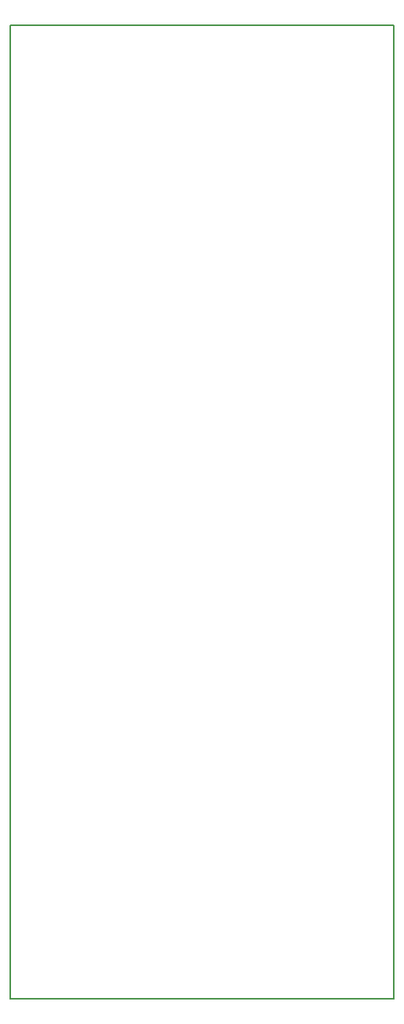
<source format=gbr>
G04 #@! TF.FileFunction,Profile,NP*
%FSLAX46Y46*%
G04 Gerber Fmt 4.6, Leading zero omitted, Abs format (unit mm)*
G04 Created by KiCad (PCBNEW 4.0.6) date Tuesday, 03 August 2021 'AMt' 11:20:22*
%MOMM*%
%LPD*%
G01*
G04 APERTURE LIST*
%ADD10C,0.100000*%
%ADD11C,0.150000*%
G04 APERTURE END LIST*
D10*
D11*
X43430000Y3170000D02*
X43430000Y3230000D01*
X2240000Y3170000D02*
X43430000Y3170000D01*
X2240000Y107610000D02*
X2240000Y3170000D01*
X43480000Y107610000D02*
X2240000Y107610000D01*
X43480000Y3120000D02*
X43480000Y107610000D01*
X2690000Y3120000D02*
X43480000Y3120000D01*
M02*

</source>
